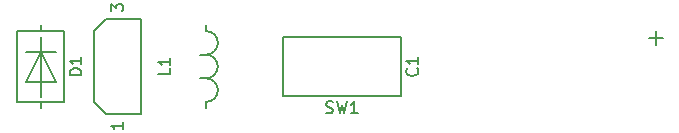
<source format=gbr>
G04 #@! TF.FileFunction,Legend,Top*
%FSLAX46Y46*%
G04 Gerber Fmt 4.6, Leading zero omitted, Abs format (unit mm)*
G04 Created by KiCad (PCBNEW 4.0.1-stable) date 2017/10/27 20:21:07*
%MOMM*%
G01*
G04 APERTURE LIST*
%ADD10C,0.100000*%
%ADD11C,0.150000*%
G04 APERTURE END LIST*
D10*
D11*
X151000000Y-119000000D02*
X151000000Y-119500000D01*
X151000000Y-113000000D02*
X151000000Y-112500000D01*
X149000000Y-119000000D02*
X149000000Y-113000000D01*
X149000000Y-113000000D02*
X153000000Y-113000000D01*
X153000000Y-113000000D02*
X153000000Y-119000000D01*
X153000000Y-119000000D02*
X149500000Y-119000000D01*
X149500000Y-119000000D02*
X149000000Y-119000000D01*
X151000000Y-118540000D02*
X151000000Y-113460000D01*
X149730000Y-114730000D02*
X152270000Y-114730000D01*
X149730000Y-117270000D02*
X152270000Y-117270000D01*
X152270000Y-117270000D02*
X151000000Y-114730000D01*
X151000000Y-114730000D02*
X149730000Y-117270000D01*
X164500000Y-117000000D02*
X165000000Y-117000000D01*
X164500000Y-115000000D02*
X165000000Y-115000000D01*
X165000000Y-119000000D02*
G75*
G03X166000000Y-118000000I0J1000000D01*
G01*
X166000000Y-118000000D02*
G75*
G03X165000000Y-117000000I-1000000J0D01*
G01*
X165000000Y-117000000D02*
G75*
G03X166000000Y-116000000I0J1000000D01*
G01*
X166000000Y-116000000D02*
G75*
G03X165000000Y-115000000I-1000000J0D01*
G01*
X165000000Y-115000000D02*
G75*
G03X166000000Y-114000000I0J1000000D01*
G01*
X166000000Y-114000000D02*
G75*
G03X165000000Y-113000000I-1000000J0D01*
G01*
X165000000Y-119500000D02*
X165000000Y-119000000D01*
X165000000Y-112500000D02*
X165000000Y-113000000D01*
X171500000Y-116000000D02*
X171500000Y-113500000D01*
X171500000Y-113500000D02*
X181500000Y-113500000D01*
X181500000Y-113500000D02*
X181500000Y-118500000D01*
X181500000Y-118500000D02*
X171500000Y-118500000D01*
X171500000Y-118500000D02*
X171500000Y-116000000D01*
X156500000Y-120000000D02*
X155500000Y-119000000D01*
X155500000Y-119000000D02*
X155500000Y-113000000D01*
X155500000Y-113000000D02*
X156500000Y-112000000D01*
X156500000Y-112000000D02*
X159500000Y-112000000D01*
X159500000Y-112000000D02*
X159500000Y-120000000D01*
X159500000Y-120000000D02*
X156500000Y-120000000D01*
X182857143Y-116166666D02*
X182904762Y-116214285D01*
X182952381Y-116357142D01*
X182952381Y-116452380D01*
X182904762Y-116595238D01*
X182809524Y-116690476D01*
X182714286Y-116738095D01*
X182523810Y-116785714D01*
X182380952Y-116785714D01*
X182190476Y-116738095D01*
X182095238Y-116690476D01*
X182000000Y-116595238D01*
X181952381Y-116452380D01*
X181952381Y-116357142D01*
X182000000Y-116214285D01*
X182047619Y-116166666D01*
X182952381Y-115214285D02*
X182952381Y-115785714D01*
X182952381Y-115500000D02*
X181952381Y-115500000D01*
X182095238Y-115595238D01*
X182190476Y-115690476D01*
X182238095Y-115785714D01*
X154452381Y-116738095D02*
X153452381Y-116738095D01*
X153452381Y-116500000D01*
X153500000Y-116357142D01*
X153595238Y-116261904D01*
X153690476Y-116214285D01*
X153880952Y-116166666D01*
X154023810Y-116166666D01*
X154214286Y-116214285D01*
X154309524Y-116261904D01*
X154404762Y-116357142D01*
X154452381Y-116500000D01*
X154452381Y-116738095D01*
X154452381Y-115214285D02*
X154452381Y-115785714D01*
X154452381Y-115500000D02*
X153452381Y-115500000D01*
X153595238Y-115595238D01*
X153690476Y-115690476D01*
X153738095Y-115785714D01*
X202508572Y-113567143D02*
X203651429Y-113567143D01*
X203080000Y-114138571D02*
X203080000Y-112995714D01*
X161952381Y-116166666D02*
X161952381Y-116642857D01*
X160952381Y-116642857D01*
X161952381Y-115309523D02*
X161952381Y-115880952D01*
X161952381Y-115595238D02*
X160952381Y-115595238D01*
X161095238Y-115690476D01*
X161190476Y-115785714D01*
X161238095Y-115880952D01*
X175166667Y-119904762D02*
X175309524Y-119952381D01*
X175547620Y-119952381D01*
X175642858Y-119904762D01*
X175690477Y-119857143D01*
X175738096Y-119761905D01*
X175738096Y-119666667D01*
X175690477Y-119571429D01*
X175642858Y-119523810D01*
X175547620Y-119476190D01*
X175357143Y-119428571D01*
X175261905Y-119380952D01*
X175214286Y-119333333D01*
X175166667Y-119238095D01*
X175166667Y-119142857D01*
X175214286Y-119047619D01*
X175261905Y-119000000D01*
X175357143Y-118952381D01*
X175595239Y-118952381D01*
X175738096Y-119000000D01*
X176071429Y-118952381D02*
X176309524Y-119952381D01*
X176500001Y-119238095D01*
X176690477Y-119952381D01*
X176928572Y-118952381D01*
X177833334Y-119952381D02*
X177261905Y-119952381D01*
X177547619Y-119952381D02*
X177547619Y-118952381D01*
X177452381Y-119095238D01*
X177357143Y-119190476D01*
X177261905Y-119238095D01*
X156952381Y-111333333D02*
X156952381Y-110714285D01*
X157333333Y-111047619D01*
X157333333Y-110904761D01*
X157380952Y-110809523D01*
X157428571Y-110761904D01*
X157523810Y-110714285D01*
X157761905Y-110714285D01*
X157857143Y-110761904D01*
X157904762Y-110809523D01*
X157952381Y-110904761D01*
X157952381Y-111190476D01*
X157904762Y-111285714D01*
X157857143Y-111333333D01*
X157952381Y-120714285D02*
X157952381Y-121285714D01*
X157952381Y-121000000D02*
X156952381Y-121000000D01*
X157095238Y-121095238D01*
X157190476Y-121190476D01*
X157238095Y-121285714D01*
M02*

</source>
